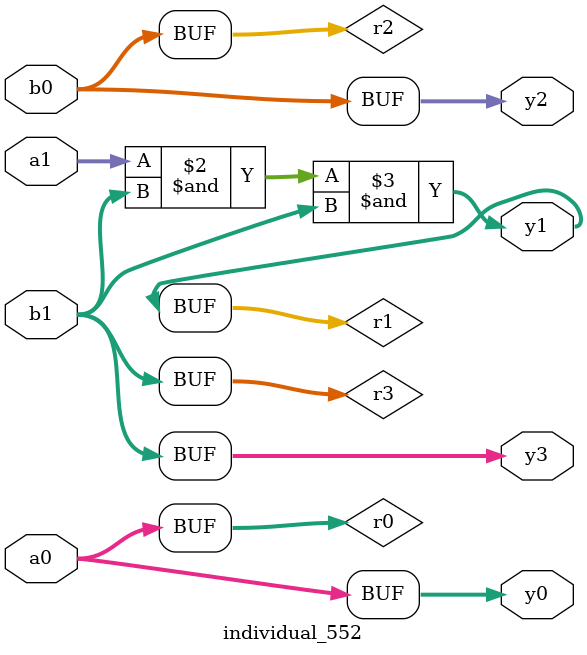
<source format=sv>
module individual_552(input logic [15:0] a1, input logic [15:0] a0, input logic [15:0] b1, input logic [15:0] b0, output logic [15:0] y3, output logic [15:0] y2, output logic [15:0] y1, output logic [15:0] y0);
logic [15:0] r0, r1, r2, r3; 
 always@(*) begin 
	 r0 = a0; r1 = a1; r2 = b0; r3 = b1; 
 	 r1  &=  r3 ;
 	 r1  &=  b1 ;
 	 y3 = r3; y2 = r2; y1 = r1; y0 = r0; 
end
endmodule
</source>
